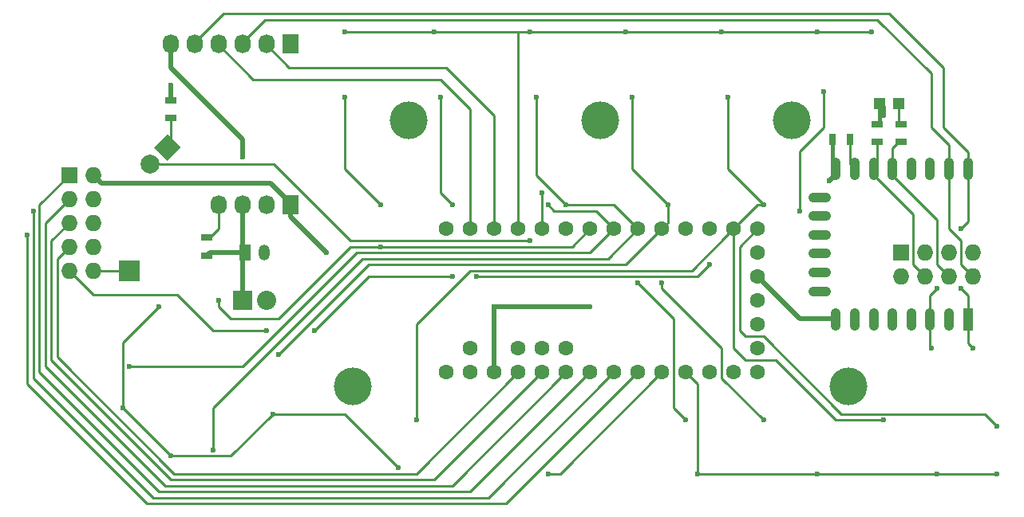
<source format=gbl>
G04 #@! TF.FileFunction,Copper,L2,Bot,Signal*
%FSLAX46Y46*%
G04 Gerber Fmt 4.6, Leading zero omitted, Abs format (unit mm)*
G04 Created by KiCad (PCBNEW 4.0.1-stable) date 3/24/2016 2:28:27 AM*
%MOMM*%
G01*
G04 APERTURE LIST*
%ADD10C,0.100000*%
%ADD11R,1.727200X1.727200*%
%ADD12O,1.727200X1.727200*%
%ADD13O,2.400000X1.100000*%
%ADD14R,1.100000X2.400000*%
%ADD15O,1.100000X2.400000*%
%ADD16C,1.600000*%
%ADD17R,1.727200X2.032000*%
%ADD18O,1.727200X2.032000*%
%ADD19R,1.300000X0.700000*%
%ADD20C,2.000000*%
%ADD21R,2.032000X2.032000*%
%ADD22O,2.032000X2.032000*%
%ADD23R,0.700000X1.300000*%
%ADD24R,1.198880X1.198880*%
%ADD25C,4.000000*%
%ADD26R,1.198880X1.699260*%
%ADD27O,1.198880X1.699260*%
%ADD28R,2.235200X2.235200*%
%ADD29C,0.600000*%
%ADD30C,0.508000*%
%ADD31C,0.381000*%
%ADD32C,0.254000*%
G04 APERTURE END LIST*
D10*
D11*
X189230000Y-90170000D03*
D12*
X189230000Y-92710000D03*
X191770000Y-90170000D03*
X191770000Y-92710000D03*
X194310000Y-90170000D03*
X194310000Y-92710000D03*
X196850000Y-90170000D03*
X196850000Y-92710000D03*
D13*
X180560000Y-94290000D03*
X180560000Y-92290000D03*
X180560000Y-90290000D03*
X180560000Y-88290000D03*
X180560000Y-86290000D03*
X180560000Y-84290000D03*
D14*
X196310000Y-97280000D03*
D15*
X194310000Y-97280000D03*
X192310000Y-97280000D03*
X190310000Y-97280000D03*
X188310000Y-97280000D03*
X186310000Y-97280000D03*
X184310000Y-97280000D03*
X182310000Y-97280000D03*
X182310000Y-81280000D03*
X184310000Y-81280000D03*
X186310000Y-81280000D03*
X188310000Y-81280000D03*
X190310000Y-81280000D03*
X192310000Y-81280000D03*
X194310000Y-81280000D03*
X196310000Y-81280000D03*
D16*
X173990000Y-95250000D03*
X173990000Y-97790000D03*
X173990000Y-100330000D03*
X173990000Y-102870000D03*
X173990000Y-92710000D03*
X173990000Y-90170000D03*
X173990000Y-87630000D03*
X171450000Y-102870000D03*
X168910000Y-102870000D03*
X166370000Y-102870000D03*
X163830000Y-102870000D03*
X161290000Y-102870000D03*
X158750000Y-102870000D03*
X156210000Y-102870000D03*
X153670000Y-102870000D03*
X151130000Y-102870000D03*
X148590000Y-102870000D03*
X146050000Y-102870000D03*
X143510000Y-102870000D03*
X140970000Y-102870000D03*
X143510000Y-100330000D03*
X148590000Y-100330000D03*
X151130000Y-100330000D03*
X153670000Y-100330000D03*
X171450000Y-87630000D03*
X168910000Y-87630000D03*
X166370000Y-87630000D03*
X163830000Y-87630000D03*
X161290000Y-87630000D03*
X158750000Y-87630000D03*
X156210000Y-87630000D03*
X153670000Y-87630000D03*
X151130000Y-87630000D03*
X148590000Y-87630000D03*
X146050000Y-87630000D03*
X143510000Y-87630000D03*
X140970000Y-87630000D03*
D17*
X124460000Y-85090000D03*
D18*
X121920000Y-85090000D03*
X119380000Y-85090000D03*
X116840000Y-85090000D03*
D19*
X189230000Y-76520000D03*
X189230000Y-78420000D03*
D10*
G36*
X109964786Y-78994000D02*
X111379000Y-77579786D01*
X112793214Y-78994000D01*
X111379000Y-80408214D01*
X109964786Y-78994000D01*
X109964786Y-78994000D01*
G37*
D20*
X109582949Y-80790051D03*
D21*
X119380000Y-95250000D03*
D22*
X121920000Y-95250000D03*
D19*
X186690000Y-76520000D03*
X186690000Y-78420000D03*
D23*
X183830000Y-78105000D03*
X181930000Y-78105000D03*
D19*
X115570000Y-90485000D03*
X115570000Y-88585000D03*
X111760000Y-75880000D03*
X111760000Y-73980000D03*
D24*
X186910980Y-74295000D03*
X189009020Y-74295000D03*
D25*
X136956800Y-76073000D03*
X157276800Y-76073000D03*
X177596800Y-76073000D03*
X131064000Y-104394000D03*
X183642000Y-104394000D03*
D17*
X124460000Y-67945000D03*
D18*
X121920000Y-67945000D03*
X119380000Y-67945000D03*
X116840000Y-67945000D03*
X114300000Y-67945000D03*
X111760000Y-67945000D03*
D26*
X119649240Y-90170000D03*
D27*
X121650760Y-90170000D03*
D11*
X100965000Y-81915000D03*
D12*
X103505000Y-81915000D03*
X100965000Y-84455000D03*
X103505000Y-84455000D03*
X100965000Y-86995000D03*
X103505000Y-86995000D03*
X100965000Y-89535000D03*
X103505000Y-89535000D03*
X100965000Y-92075000D03*
X103505000Y-92075000D03*
D28*
X107315000Y-92075000D03*
D29*
X181610000Y-82550000D03*
X111760000Y-72390000D03*
X187325000Y-75565000D03*
X146050000Y-95885000D03*
X128270000Y-90170000D03*
X156210000Y-95885000D03*
X195580000Y-87630000D03*
X119380000Y-80010000D03*
X97155000Y-85725000D03*
X96520000Y-88265000D03*
X139700000Y-66675000D03*
X149860000Y-66675000D03*
X160020000Y-66675000D03*
X170180000Y-66675000D03*
X180340000Y-66675000D03*
X186055000Y-66675000D03*
X130175000Y-66675000D03*
X133985000Y-85090000D03*
X133985000Y-89535000D03*
X116840000Y-95250000D03*
X130175000Y-73660000D03*
X151130000Y-83820000D03*
X111760042Y-111760000D03*
X151765000Y-113665016D03*
X106680000Y-106680000D03*
X135890000Y-113030020D03*
X122555000Y-107315000D03*
X110490000Y-95885000D03*
X151765000Y-85090000D03*
X107315000Y-102235000D03*
X141605002Y-85090000D03*
X140335000Y-73660000D03*
X161290000Y-93345000D03*
X166370000Y-107950000D03*
X116205000Y-111125000D03*
X153670036Y-85090000D03*
X150495000Y-73660000D03*
X163830000Y-93345020D03*
X174625000Y-107950000D03*
X123190000Y-100965000D03*
X164465000Y-85090000D03*
X160655000Y-73660000D03*
X187325000Y-107950000D03*
X137795000Y-107950000D03*
X174625000Y-85090000D03*
X170815000Y-73660000D03*
X199390000Y-108585000D03*
X178435000Y-85725000D03*
X180975000Y-73025000D03*
X196850000Y-100330000D03*
X195580000Y-93980000D03*
X192405000Y-100330000D03*
X193040000Y-93980000D03*
X199390000Y-113665000D03*
X193040000Y-113665000D03*
X180340000Y-113665000D03*
X167640000Y-113665000D03*
X149860000Y-88900000D03*
X121920000Y-98425000D03*
X127000000Y-98425000D03*
X141605000Y-92710000D03*
X144145000Y-92710000D03*
X168910000Y-91440000D03*
D30*
X182310000Y-81280000D02*
X182310000Y-81850000D01*
X182310000Y-81850000D02*
X181610000Y-82550000D01*
X111760000Y-73980000D02*
X111760000Y-72390000D01*
D31*
X181930000Y-78105000D02*
X181930000Y-80900000D01*
X181930000Y-80900000D02*
X182310000Y-81280000D01*
D30*
X173990000Y-92710000D02*
X178435000Y-97155000D01*
X178435000Y-97155000D02*
X182185000Y-97155000D01*
X182185000Y-97155000D02*
X182310000Y-97280000D01*
X146050000Y-95885000D02*
X146050000Y-102870000D01*
X187325000Y-75565000D02*
X187325000Y-74709020D01*
X187325000Y-74709020D02*
X186910980Y-74295000D01*
D31*
X186910980Y-74295000D02*
X186910980Y-76299020D01*
D30*
X156210000Y-95885000D02*
X146050000Y-95885000D01*
X103505000Y-81915000D02*
X104368599Y-82778599D01*
X104368599Y-82778599D02*
X122300999Y-82778599D01*
X122300999Y-82778599D02*
X124460000Y-84937600D01*
X124460000Y-84937600D02*
X124460000Y-85090000D01*
X128270000Y-90170000D02*
X124460000Y-86360000D01*
X124460000Y-86360000D02*
X124460000Y-85090000D01*
X186690000Y-76520000D02*
X186390000Y-76520000D01*
D31*
X186910980Y-76299020D02*
X186690000Y-76520000D01*
D32*
X196310000Y-81280000D02*
X196310000Y-86900000D01*
X196310000Y-86900000D02*
X195580000Y-87630000D01*
X114300000Y-67945000D02*
X114300000Y-67792600D01*
X114300000Y-67792600D02*
X117322600Y-64770000D01*
X117322600Y-64770000D02*
X187960000Y-64770000D01*
X187960000Y-64770000D02*
X193675000Y-70485000D01*
X193675000Y-76835000D02*
X196310000Y-79470000D01*
X193675000Y-70485000D02*
X193675000Y-76835000D01*
X196310000Y-79470000D02*
X196310000Y-81280000D01*
X194310000Y-81280000D02*
X194310000Y-87630000D01*
X194310000Y-87630000D02*
X195580000Y-88900000D01*
X195580000Y-88900000D02*
X195580000Y-91440000D01*
X195580000Y-91440000D02*
X196850000Y-92710000D01*
X119380000Y-67945000D02*
X119380000Y-67792600D01*
X119380000Y-67792600D02*
X121767600Y-65405000D01*
X121767600Y-65405000D02*
X186690000Y-65405000D01*
X186690000Y-65405000D02*
X192405000Y-71120000D01*
X192405000Y-71120000D02*
X192405000Y-76835000D01*
X192405000Y-76835000D02*
X194310000Y-78740000D01*
X194310000Y-78740000D02*
X194310000Y-81280000D01*
D30*
X119380000Y-80010000D02*
X119380000Y-78105000D01*
X119380000Y-78105000D02*
X111760000Y-70485000D01*
X111760000Y-70485000D02*
X111760000Y-67945000D01*
X119380000Y-95250000D02*
X119380000Y-90439240D01*
X119380000Y-90439240D02*
X119649240Y-90170000D01*
X119649240Y-90170000D02*
X115885000Y-90170000D01*
X115885000Y-90170000D02*
X115570000Y-90485000D01*
X119380000Y-85090000D02*
X119380000Y-89900760D01*
X119380000Y-89900760D02*
X119649240Y-90170000D01*
D32*
X100965000Y-81915000D02*
X97790000Y-85090000D01*
X97790000Y-85090000D02*
X97790000Y-102870000D01*
X97790000Y-102870000D02*
X110490000Y-115570000D01*
X110490000Y-115570000D02*
X143510000Y-115570000D01*
X143510000Y-115570000D02*
X156210000Y-102870000D01*
X153670000Y-102870000D02*
X141605000Y-114935000D01*
X141605000Y-114935000D02*
X111125000Y-114935000D01*
X111125000Y-114935000D02*
X98425000Y-102235000D01*
X98425000Y-102235000D02*
X98425000Y-86995000D01*
X98425000Y-86995000D02*
X100965000Y-84455000D01*
X97155000Y-86149264D02*
X97155000Y-85725000D01*
X97155000Y-103505000D02*
X97155000Y-86149264D01*
X145415000Y-116205000D02*
X109855000Y-116205000D01*
X158750000Y-102870000D02*
X145415000Y-116205000D01*
X109855000Y-116205000D02*
X97155000Y-103505000D01*
X100965000Y-86995000D02*
X99060000Y-88900000D01*
X99060000Y-88900000D02*
X99060000Y-101600000D01*
X99060000Y-101600000D02*
X111760000Y-114300000D01*
X111760000Y-114300000D02*
X139700000Y-114300000D01*
X139700000Y-114300000D02*
X151130000Y-102870000D01*
X96520000Y-104140000D02*
X96520000Y-88689264D01*
X109220000Y-116840000D02*
X96520000Y-104140000D01*
X147320000Y-116840000D02*
X109220000Y-116840000D01*
X96520000Y-88689264D02*
X96520000Y-88265000D01*
X161290000Y-102870000D02*
X147320000Y-116840000D01*
X148590000Y-102870000D02*
X137795000Y-113665000D01*
X137795000Y-113665000D02*
X112097300Y-113665000D01*
X112097300Y-113665000D02*
X99695000Y-101262700D01*
X99695000Y-101262700D02*
X99695000Y-90805000D01*
X99695000Y-90805000D02*
X100965000Y-89535000D01*
X139700000Y-66675000D02*
X148590000Y-66675000D01*
X148590000Y-66675000D02*
X149860000Y-66675000D01*
X148590000Y-87630000D02*
X148590000Y-66675000D01*
X130175000Y-66675000D02*
X139700000Y-66675000D01*
X149860000Y-66675000D02*
X160020000Y-66675000D01*
X160020000Y-66675000D02*
X170180000Y-66675000D01*
X170180000Y-66675000D02*
X180340000Y-66675000D01*
X180340000Y-66675000D02*
X186055000Y-66675000D01*
X154305000Y-89535000D02*
X133985000Y-89535000D01*
X133985000Y-89535000D02*
X130810000Y-89535000D01*
X154305000Y-89535000D02*
X156210000Y-87630000D01*
X130810000Y-89535000D02*
X123190000Y-97155000D01*
X123190000Y-97155000D02*
X118110000Y-97155000D01*
X118110000Y-97155000D02*
X116840000Y-95885000D01*
X116840000Y-95885000D02*
X116840000Y-95250000D01*
X130175000Y-81280000D02*
X133985000Y-85090000D01*
X130175000Y-73660000D02*
X130175000Y-81280000D01*
X151130000Y-87630000D02*
X151130000Y-83820000D01*
X118110000Y-111760000D02*
X111760042Y-111760000D01*
X111760000Y-111760000D02*
X111760042Y-111760000D01*
X106680000Y-106680000D02*
X111760000Y-111760000D01*
X122555000Y-107315000D02*
X118110000Y-111760000D01*
X163830000Y-102870000D02*
X153034984Y-113665016D01*
X153034984Y-113665016D02*
X151765000Y-113665016D01*
X110490000Y-95885000D02*
X106680000Y-99695000D01*
X106680000Y-99695000D02*
X106680000Y-106680000D01*
X130174980Y-107315000D02*
X135890000Y-113030020D01*
X122555000Y-107315000D02*
X130174980Y-107315000D01*
X156845000Y-85725000D02*
X152400000Y-85725000D01*
X152400000Y-85725000D02*
X151765000Y-85090000D01*
X158750000Y-87630000D02*
X156845000Y-85725000D01*
X107315000Y-102235000D02*
X119380000Y-102235000D01*
X131445000Y-90170000D02*
X156210000Y-90170000D01*
X119380000Y-102235000D02*
X131445000Y-90170000D01*
X156210000Y-90170000D02*
X158750000Y-87630000D01*
X140335000Y-73660000D02*
X140335000Y-83819998D01*
X140335000Y-83819998D02*
X141605002Y-85090000D01*
X165100000Y-97155000D02*
X161290000Y-93345000D01*
X165100000Y-106680000D02*
X165100000Y-97155000D01*
X166370000Y-107950000D02*
X165100000Y-106680000D01*
X153670036Y-85090000D02*
X158750000Y-85090000D01*
X158750000Y-85090000D02*
X161290000Y-87630000D01*
X116205000Y-111125000D02*
X116205000Y-106680000D01*
X116205000Y-106680000D02*
X132080000Y-90805000D01*
X132080000Y-90805000D02*
X158115000Y-90805000D01*
X158115000Y-90805000D02*
X161290000Y-87630000D01*
X150495000Y-81914964D02*
X153670036Y-85090000D01*
X150495000Y-73660000D02*
X150495000Y-81914964D01*
X163830000Y-93980000D02*
X163830000Y-93345020D01*
X174625000Y-107950000D02*
X170180000Y-103505000D01*
X170180000Y-103505000D02*
X170180000Y-100330000D01*
X170180000Y-100330000D02*
X163830000Y-93980000D01*
X123190000Y-100965000D02*
X132715000Y-91440000D01*
X160020000Y-91440000D02*
X163830000Y-87630000D01*
X132715000Y-91440000D02*
X160020000Y-91440000D01*
X164465000Y-85090000D02*
X164465000Y-86995000D01*
X164465000Y-86995000D02*
X163830000Y-87630000D01*
X160655000Y-73660000D02*
X160655000Y-81280000D01*
X160655000Y-81280000D02*
X164465000Y-85090000D01*
X171450000Y-87630000D02*
X171450000Y-100330000D01*
X171450000Y-100330000D02*
X172720000Y-101600000D01*
X172720000Y-101600000D02*
X175895000Y-101600000D01*
X175895000Y-101600000D02*
X182245000Y-107950000D01*
X182245000Y-107950000D02*
X187325000Y-107950000D01*
X137795000Y-107950000D02*
X137795000Y-97790000D01*
X137795000Y-97790000D02*
X143510000Y-92075000D01*
X143510000Y-92075000D02*
X167005000Y-92075000D01*
X167005000Y-92075000D02*
X170650001Y-88429999D01*
X170650001Y-88429999D02*
X171450000Y-87630000D01*
X170815000Y-73660000D02*
X170815000Y-81280000D01*
X170815000Y-81280000D02*
X174625000Y-85090000D01*
X171450000Y-87630000D02*
X173990000Y-85090000D01*
X173990000Y-85090000D02*
X174625000Y-85090000D01*
X173990000Y-87630000D02*
X172085000Y-89535000D01*
X172085000Y-89535000D02*
X172085000Y-98425000D01*
X174636592Y-99060000D02*
X182891592Y-107315000D01*
X172085000Y-98425000D02*
X172720000Y-99060000D01*
X172720000Y-99060000D02*
X174636592Y-99060000D01*
X182891592Y-107315000D02*
X198120000Y-107315000D01*
X198120000Y-107315000D02*
X199390000Y-108585000D01*
X180975000Y-76835000D02*
X178435000Y-79375000D01*
X178435000Y-79375000D02*
X178435000Y-85725000D01*
X180975000Y-73025000D02*
X180975000Y-76835000D01*
X111760000Y-75880000D02*
X111760000Y-78613000D01*
X111760000Y-78613000D02*
X111379000Y-78994000D01*
X116840000Y-85090000D02*
X116840000Y-87615000D01*
X116840000Y-87615000D02*
X115870000Y-88585000D01*
X115870000Y-88585000D02*
X115570000Y-88585000D01*
X189009020Y-74295000D02*
X189009020Y-76299020D01*
X189009020Y-76299020D02*
X189230000Y-76520000D01*
X196310000Y-97280000D02*
X196310000Y-94710000D01*
X196310000Y-94710000D02*
X195580000Y-93980000D01*
X196310000Y-97280000D02*
X196310000Y-99790000D01*
X196310000Y-99790000D02*
X196850000Y-100330000D01*
X192310000Y-97280000D02*
X192310000Y-100235000D01*
X192310000Y-100235000D02*
X192405000Y-100330000D01*
X193040000Y-93980000D02*
X192310000Y-94710000D01*
X192310000Y-94710000D02*
X192310000Y-97280000D01*
X186310000Y-81280000D02*
X186310000Y-81930000D01*
X190500000Y-86120000D02*
X190500000Y-91440000D01*
X186310000Y-81930000D02*
X190500000Y-86120000D01*
X190500000Y-91440000D02*
X191770000Y-92710000D01*
X186690000Y-78420000D02*
X186690000Y-80900000D01*
X186690000Y-80900000D02*
X186310000Y-81280000D01*
X186055000Y-81025000D02*
X186310000Y-81280000D01*
X188310000Y-81280000D02*
X188310000Y-81930000D01*
X188310000Y-81930000D02*
X193040000Y-86660000D01*
X193040000Y-86660000D02*
X193040000Y-91440000D01*
X193040000Y-91440000D02*
X194310000Y-92710000D01*
X189230000Y-78420000D02*
X188930000Y-78420000D01*
X188930000Y-78420000D02*
X188310000Y-79040000D01*
X188310000Y-79040000D02*
X188310000Y-81280000D01*
X188595000Y-80995000D02*
X188310000Y-81280000D01*
X183830000Y-78105000D02*
X183830000Y-80800000D01*
X183830000Y-80800000D02*
X184310000Y-81280000D01*
X167640000Y-113665000D02*
X167640000Y-104140000D01*
X167640000Y-104140000D02*
X166370000Y-102870000D01*
X193040000Y-113665000D02*
X199390000Y-113665000D01*
X180340000Y-113665000D02*
X193040000Y-113665000D01*
X167640000Y-113665000D02*
X180340000Y-113665000D01*
X130810000Y-88900000D02*
X149860000Y-88900000D01*
X130810000Y-88900000D02*
X122700051Y-80790051D01*
X122700051Y-80790051D02*
X109582949Y-80790051D01*
X143510000Y-87630000D02*
X143510000Y-74930000D01*
X143510000Y-74930000D02*
X140335000Y-71755000D01*
X140335000Y-71755000D02*
X120497600Y-71755000D01*
X120497600Y-71755000D02*
X116840000Y-68097400D01*
X116840000Y-68097400D02*
X116840000Y-67945000D01*
X146050000Y-87630000D02*
X146050000Y-75565000D01*
X146050000Y-75565000D02*
X140970000Y-70485000D01*
X140970000Y-70485000D02*
X124307600Y-70485000D01*
X124307600Y-70485000D02*
X121920000Y-68097400D01*
X121920000Y-68097400D02*
X121920000Y-67945000D01*
X121920000Y-98425000D02*
X116205000Y-98425000D01*
X116205000Y-98425000D02*
X112395000Y-94615000D01*
X112395000Y-94615000D02*
X103505000Y-94615000D01*
X103505000Y-94615000D02*
X101828599Y-92938599D01*
X101828599Y-92938599D02*
X100965000Y-92075000D01*
X132715000Y-92710000D02*
X127000000Y-98425000D01*
X141605000Y-92710000D02*
X132715000Y-92710000D01*
X158115000Y-92710000D02*
X144145000Y-92710000D01*
X167640000Y-92710000D02*
X158115000Y-92710000D01*
X168910000Y-91440000D02*
X167640000Y-92710000D01*
X103505000Y-92075000D02*
X107315000Y-92075000D01*
M02*

</source>
